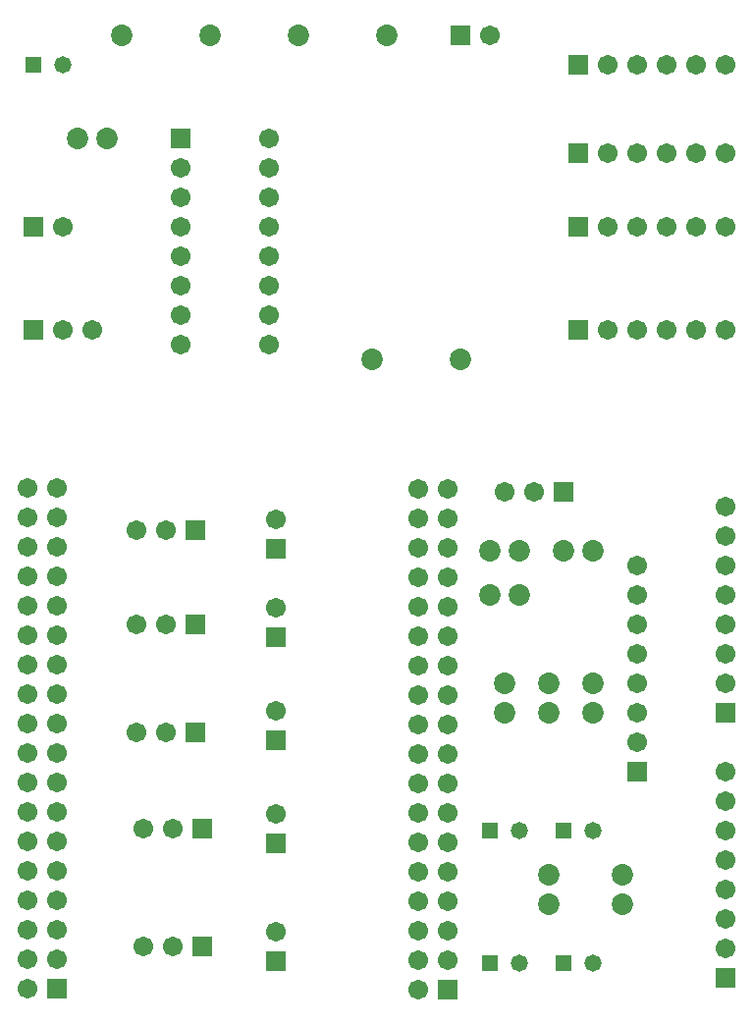
<source format=gbr>
G04 DipTrace 2.4.0.2*
%INBottomMask.gbr*%
%MOIN*%
%ADD30C,0.0671*%
%ADD32R,0.0671X0.0671*%
%ADD34R,0.058X0.058*%
%ADD36C,0.058*%
%ADD38C,0.073*%
%FSLAX44Y44*%
G04*
G70*
G90*
G75*
G01*
%LNBotMask*%
%LPD*%
D38*
X14940Y37940D3*
X17940D3*
X8940D3*
X11940D3*
X17440Y26940D3*
X20440D3*
D36*
X6940Y36940D3*
D34*
X5940D3*
D32*
Y27940D3*
D30*
X6940D3*
X7940D3*
D32*
X5940Y31440D3*
D30*
X6940D3*
D32*
X24440Y36940D3*
D30*
X25440D3*
X26440D3*
X27440D3*
X28440D3*
X29440D3*
D32*
X24440Y33940D3*
D30*
X25440D3*
X26440D3*
X27440D3*
X28440D3*
X29440D3*
D32*
X24440Y31440D3*
D30*
X25440D3*
X26440D3*
X27440D3*
X28440D3*
X29440D3*
D32*
X24440Y27940D3*
D30*
X25440D3*
X26440D3*
X27440D3*
X28440D3*
X29440D3*
D32*
X20440Y37940D3*
D30*
X21440D3*
D38*
X7440Y34440D3*
X8440D3*
D32*
X10940D3*
D30*
Y33440D3*
Y32440D3*
Y31440D3*
Y30440D3*
Y29440D3*
Y28440D3*
Y27440D3*
X13940D3*
Y28440D3*
Y29440D3*
Y30440D3*
Y31440D3*
Y32440D3*
Y33440D3*
Y34440D3*
D36*
X24940Y6440D3*
D34*
X23940D3*
D36*
X22440D3*
D34*
X21440D3*
D36*
X22440Y10940D3*
D34*
X21440D3*
D36*
X24940D3*
D34*
X23940D3*
D32*
X29440Y5940D3*
D30*
Y6940D3*
Y7940D3*
Y8940D3*
Y9940D3*
Y10940D3*
Y11940D3*
Y12940D3*
D32*
X20030Y5530D3*
D30*
X19030D3*
X20030Y6530D3*
X19030D3*
X20030Y7530D3*
X19030D3*
X20030Y8530D3*
X19030D3*
X20030Y9530D3*
X19030D3*
X20030Y10530D3*
X19030D3*
X20030Y11530D3*
X19030D3*
X20030Y12530D3*
X19030D3*
X20030Y13530D3*
X19030D3*
X20030Y14530D3*
X19030D3*
X20030Y15530D3*
X19030D3*
X20030Y16530D3*
X19030D3*
X20030Y17530D3*
X19030D3*
X20030Y18530D3*
X19030D3*
X20030Y19530D3*
X19030D3*
X20030Y20530D3*
X19030D3*
X20030Y21530D3*
X19030D3*
X20030Y22530D3*
X19030D3*
D32*
X29440Y14940D3*
D30*
Y15940D3*
Y16940D3*
Y17940D3*
Y18940D3*
Y19940D3*
Y20940D3*
Y21940D3*
D32*
X26440Y12940D3*
D30*
Y13940D3*
Y14940D3*
Y15940D3*
Y16940D3*
Y17940D3*
Y18940D3*
Y19940D3*
D32*
X23940Y22440D3*
D30*
X22940D3*
X21940D3*
D38*
X22440Y20440D3*
X21440D3*
X22440Y18940D3*
X21440D3*
X24940Y20440D3*
X23940D3*
X23440Y14940D3*
Y15940D3*
X24940Y14940D3*
Y15940D3*
X21940Y14940D3*
Y15940D3*
X23440Y8440D3*
Y9440D3*
X25940Y8440D3*
Y9440D3*
D32*
X6760Y5580D3*
D30*
X5760D3*
X6760Y6580D3*
X5760D3*
X6760Y7580D3*
X5760D3*
X6760Y8580D3*
X5760D3*
X6760Y9580D3*
X5760D3*
X6760Y10580D3*
X5760D3*
X6760Y11580D3*
X5760D3*
X6760Y12580D3*
X5760D3*
X6760Y13580D3*
X5760D3*
X6760Y14580D3*
X5760D3*
X6760Y15580D3*
X5760D3*
X6760Y16580D3*
X5760D3*
X6760Y17580D3*
X5760D3*
X6760Y18580D3*
X5760D3*
X6760Y19580D3*
X5760D3*
X6760Y20580D3*
X5760D3*
X6760Y21580D3*
X5760D3*
X6760Y22580D3*
X5760D3*
D32*
X11670Y6990D3*
D30*
X10670D3*
X9670D3*
D32*
X14170Y20490D3*
D30*
Y21490D3*
D32*
X11440Y14260D3*
D30*
X10440D3*
X9440D3*
D32*
X14170Y6490D3*
D30*
Y7490D3*
D32*
X11440Y17940D3*
D30*
X10440D3*
X9440D3*
D32*
X14170Y10490D3*
D30*
Y11490D3*
D32*
X11440Y21120D3*
D30*
X10440D3*
X9440D3*
D32*
X14170Y13990D3*
D30*
Y14990D3*
D32*
X11670Y10990D3*
D30*
X10670D3*
X9670D3*
D32*
X14170Y17490D3*
D30*
Y18490D3*
M02*

</source>
